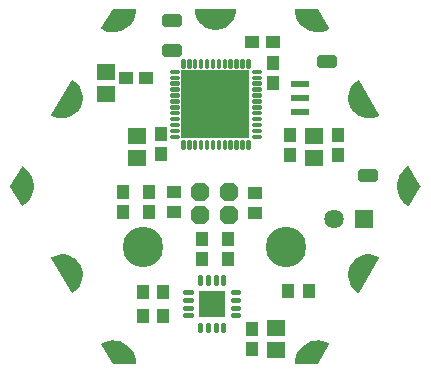
<source format=gbr>
G04 EAGLE Gerber RS-274X export*
G75*
%MOMM*%
%FSLAX34Y34*%
%LPD*%
%INSoldermask Bottom*%
%IPPOS*%
%AMOC8*
5,1,8,0,0,1.08239X$1,22.5*%
G01*
%ADD10R,1.101600X1.201600*%
%ADD11R,1.601600X1.401600*%
%ADD12C,0.225016*%
%ADD13R,5.801588X5.801588*%
%ADD14R,1.501597X0.501600*%
%ADD15R,1.201600X1.101600*%
%ADD16C,0.605878*%
%ADD17C,1.101600*%
%ADD18R,1.631600X1.631600*%
%ADD19C,1.631600*%
%ADD20C,0.365794*%
%ADD21R,2.251600X2.251600*%
%ADD22P,1.688095X8X22.500000*%
%ADD23C,3.417600*%

G36*
X347640Y478768D02*
X347640Y478768D01*
X347688Y478768D01*
X350457Y479230D01*
X350490Y479242D01*
X350537Y479250D01*
X353193Y480162D01*
X353223Y480179D01*
X353268Y480195D01*
X355738Y481531D01*
X355764Y481553D01*
X355807Y481576D01*
X358022Y483301D01*
X358045Y483327D01*
X358083Y483357D01*
X359985Y485422D01*
X360003Y485452D01*
X360035Y485487D01*
X361571Y487838D01*
X361584Y487870D01*
X361610Y487910D01*
X362738Y490482D01*
X362745Y490515D01*
X362765Y490560D01*
X363454Y493281D01*
X363456Y493316D01*
X363468Y493363D01*
X363700Y496161D01*
X363696Y496190D01*
X363701Y496219D01*
X363685Y496288D01*
X363676Y496358D01*
X363662Y496384D01*
X363655Y496412D01*
X363613Y496469D01*
X363578Y496531D01*
X363554Y496549D01*
X363537Y496572D01*
X363476Y496608D01*
X363419Y496651D01*
X363391Y496659D01*
X363366Y496674D01*
X363268Y496690D01*
X363227Y496701D01*
X363216Y496699D01*
X363202Y496701D01*
X329202Y496701D01*
X329173Y496695D01*
X329144Y496698D01*
X329077Y496676D01*
X329007Y496662D01*
X328983Y496645D01*
X328955Y496636D01*
X328902Y496589D01*
X328843Y496549D01*
X328828Y496525D01*
X328806Y496505D01*
X328774Y496441D01*
X328736Y496382D01*
X328731Y496353D01*
X328719Y496327D01*
X328710Y496227D01*
X328703Y496185D01*
X328706Y496175D01*
X328704Y496161D01*
X328936Y493363D01*
X328946Y493329D01*
X328950Y493281D01*
X329639Y490560D01*
X329654Y490528D01*
X329666Y490482D01*
X330794Y487910D01*
X330814Y487882D01*
X330833Y487838D01*
X332369Y485487D01*
X332393Y485463D01*
X332419Y485422D01*
X334321Y483357D01*
X334349Y483336D01*
X334382Y483301D01*
X336597Y481576D01*
X336628Y481561D01*
X336666Y481531D01*
X339136Y480195D01*
X339169Y480185D01*
X339211Y480162D01*
X341867Y479250D01*
X341901Y479246D01*
X341947Y479230D01*
X344716Y478768D01*
X344751Y478769D01*
X344798Y478761D01*
X347606Y478761D01*
X347640Y478768D01*
G37*
G36*
X224809Y256012D02*
X224809Y256012D01*
X224880Y256009D01*
X224907Y256019D01*
X224936Y256021D01*
X225026Y256063D01*
X225066Y256078D01*
X225074Y256086D01*
X225087Y256092D01*
X227390Y257691D01*
X227414Y257717D01*
X227454Y257744D01*
X229463Y259701D01*
X229482Y259730D01*
X229517Y259763D01*
X231176Y262024D01*
X231191Y262055D01*
X231220Y262094D01*
X232484Y264597D01*
X232493Y264631D01*
X232515Y264674D01*
X233351Y267351D01*
X233354Y267385D01*
X233369Y267431D01*
X233752Y270210D01*
X233750Y270244D01*
X233756Y270292D01*
X233677Y273095D01*
X233669Y273129D01*
X233668Y273177D01*
X233129Y275929D01*
X233115Y275961D01*
X233106Y276009D01*
X232121Y278634D01*
X232106Y278659D01*
X232101Y278679D01*
X232093Y278690D01*
X232086Y278709D01*
X230682Y281137D01*
X230659Y281163D01*
X230635Y281205D01*
X228851Y283368D01*
X228824Y283390D01*
X228793Y283427D01*
X226677Y285268D01*
X226647Y285285D01*
X226611Y285317D01*
X224220Y286784D01*
X224188Y286795D01*
X224147Y286821D01*
X221548Y287874D01*
X221514Y287881D01*
X221469Y287899D01*
X218732Y288510D01*
X218697Y288511D01*
X218650Y288522D01*
X215850Y288674D01*
X215816Y288669D01*
X215768Y288672D01*
X212980Y288362D01*
X212947Y288351D01*
X212899Y288346D01*
X210201Y287581D01*
X210171Y287565D01*
X210124Y287552D01*
X207589Y286353D01*
X207565Y286336D01*
X207538Y286326D01*
X207486Y286277D01*
X207429Y286234D01*
X207415Y286209D01*
X207394Y286189D01*
X207365Y286124D01*
X207329Y286063D01*
X207326Y286034D01*
X207314Y286007D01*
X207313Y285936D01*
X207304Y285865D01*
X207312Y285837D01*
X207312Y285808D01*
X207346Y285715D01*
X207358Y285674D01*
X207365Y285665D01*
X207370Y285652D01*
X224370Y256252D01*
X224389Y256230D01*
X224402Y256204D01*
X224455Y256156D01*
X224502Y256103D01*
X224528Y256091D01*
X224550Y256071D01*
X224617Y256048D01*
X224681Y256018D01*
X224710Y256016D01*
X224738Y256007D01*
X224809Y256012D01*
G37*
G36*
X476588Y403735D02*
X476588Y403735D01*
X476636Y403732D01*
X479424Y404042D01*
X479457Y404053D01*
X479505Y404058D01*
X482203Y404823D01*
X482233Y404839D01*
X482280Y404852D01*
X484815Y406051D01*
X484839Y406068D01*
X484866Y406078D01*
X484918Y406127D01*
X484975Y406170D01*
X484989Y406195D01*
X485011Y406215D01*
X485039Y406280D01*
X485075Y406342D01*
X485078Y406370D01*
X485090Y406397D01*
X485091Y406468D01*
X485100Y406539D01*
X485092Y406567D01*
X485092Y406596D01*
X485058Y406689D01*
X485046Y406730D01*
X485039Y406739D01*
X485034Y406752D01*
X468034Y436152D01*
X468015Y436174D01*
X468002Y436200D01*
X467949Y436248D01*
X467902Y436301D01*
X467876Y436313D01*
X467854Y436333D01*
X467787Y436356D01*
X467723Y436386D01*
X467694Y436388D01*
X467666Y436397D01*
X467595Y436392D01*
X467524Y436395D01*
X467497Y436385D01*
X467468Y436383D01*
X467378Y436341D01*
X467338Y436326D01*
X467330Y436318D01*
X467317Y436312D01*
X465014Y434713D01*
X464990Y434688D01*
X464950Y434660D01*
X462941Y432703D01*
X462922Y432674D01*
X462887Y432641D01*
X461228Y430380D01*
X461213Y430349D01*
X461184Y430310D01*
X459920Y427807D01*
X459911Y427773D01*
X459889Y427730D01*
X459053Y425053D01*
X459050Y425019D01*
X459035Y424973D01*
X458652Y422194D01*
X458654Y422160D01*
X458648Y422112D01*
X458727Y419309D01*
X458735Y419275D01*
X458736Y419227D01*
X459275Y416475D01*
X459289Y416443D01*
X459298Y416395D01*
X460283Y413770D01*
X460301Y413740D01*
X460318Y413695D01*
X461722Y411267D01*
X461745Y411241D01*
X461769Y411200D01*
X463553Y409036D01*
X463580Y409014D01*
X463611Y408977D01*
X465727Y407136D01*
X465757Y407119D01*
X465793Y407088D01*
X468184Y405620D01*
X468216Y405609D01*
X468257Y405583D01*
X470856Y404530D01*
X470890Y404523D01*
X470935Y404505D01*
X473672Y403894D01*
X473707Y403893D01*
X473754Y403882D01*
X476554Y403730D01*
X476588Y403735D01*
G37*
G36*
X467628Y256013D02*
X467628Y256013D01*
X467699Y256012D01*
X467726Y256023D01*
X467755Y256027D01*
X467817Y256061D01*
X467882Y256089D01*
X467903Y256110D01*
X467928Y256124D01*
X467991Y256200D01*
X468021Y256231D01*
X468025Y256241D01*
X468034Y256252D01*
X485034Y285652D01*
X485043Y285680D01*
X485060Y285704D01*
X485075Y285773D01*
X485097Y285841D01*
X485095Y285870D01*
X485101Y285898D01*
X485088Y285968D01*
X485082Y286039D01*
X485069Y286065D01*
X485063Y286093D01*
X485023Y286152D01*
X484991Y286215D01*
X484968Y286234D01*
X484952Y286258D01*
X484870Y286315D01*
X484837Y286342D01*
X484827Y286345D01*
X484815Y286353D01*
X482280Y287552D01*
X482246Y287560D01*
X482203Y287581D01*
X479505Y288346D01*
X479470Y288348D01*
X479424Y288362D01*
X476636Y288672D01*
X476602Y288669D01*
X476554Y288674D01*
X473754Y288522D01*
X473720Y288513D01*
X473672Y288510D01*
X470935Y287899D01*
X470903Y287885D01*
X470856Y287874D01*
X468257Y286821D01*
X468228Y286802D01*
X468184Y286784D01*
X465793Y285317D01*
X465768Y285293D01*
X465727Y285268D01*
X463611Y283427D01*
X463590Y283400D01*
X463553Y283368D01*
X461769Y281205D01*
X461753Y281174D01*
X461722Y281137D01*
X460318Y278709D01*
X460307Y278676D01*
X460300Y278663D01*
X460290Y278649D01*
X460290Y278646D01*
X460283Y278634D01*
X459298Y276009D01*
X459292Y275974D01*
X459275Y275929D01*
X458736Y273177D01*
X458736Y273143D01*
X458727Y273095D01*
X458648Y270292D01*
X458654Y270258D01*
X458652Y270210D01*
X459035Y267431D01*
X459047Y267399D01*
X459053Y267351D01*
X459889Y264674D01*
X459906Y264643D01*
X459920Y264597D01*
X461184Y262094D01*
X461206Y262067D01*
X461228Y262024D01*
X462887Y259763D01*
X462913Y259740D01*
X462941Y259701D01*
X464950Y257744D01*
X464979Y257725D01*
X465014Y257691D01*
X467317Y256092D01*
X467344Y256080D01*
X467367Y256062D01*
X467435Y256041D01*
X467500Y256013D01*
X467529Y256013D01*
X467557Y256005D01*
X467628Y256013D01*
G37*
G36*
X218650Y403882D02*
X218650Y403882D01*
X218684Y403891D01*
X218732Y403894D01*
X221469Y404505D01*
X221501Y404519D01*
X221548Y404530D01*
X224147Y405583D01*
X224176Y405602D01*
X224220Y405620D01*
X226611Y407088D01*
X226636Y407111D01*
X226677Y407136D01*
X228793Y408977D01*
X228814Y409004D01*
X228851Y409036D01*
X230635Y411200D01*
X230651Y411230D01*
X230682Y411267D01*
X232086Y413695D01*
X232097Y413728D01*
X232121Y413770D01*
X233106Y416395D01*
X233112Y416430D01*
X233129Y416475D01*
X233668Y419227D01*
X233668Y419262D01*
X233677Y419309D01*
X233756Y422112D01*
X233751Y422146D01*
X233752Y422194D01*
X233369Y424973D01*
X233357Y425005D01*
X233351Y425053D01*
X232515Y427730D01*
X232498Y427761D01*
X232484Y427807D01*
X231220Y430310D01*
X231198Y430337D01*
X231176Y430380D01*
X229517Y432641D01*
X229491Y432664D01*
X229463Y432703D01*
X227454Y434660D01*
X227425Y434679D01*
X227390Y434713D01*
X225087Y436312D01*
X225060Y436324D01*
X225037Y436342D01*
X224969Y436363D01*
X224904Y436391D01*
X224875Y436391D01*
X224847Y436399D01*
X224776Y436391D01*
X224705Y436392D01*
X224678Y436381D01*
X224649Y436377D01*
X224587Y436343D01*
X224522Y436315D01*
X224501Y436294D01*
X224476Y436280D01*
X224413Y436204D01*
X224383Y436173D01*
X224379Y436163D01*
X224370Y436152D01*
X207370Y406752D01*
X207361Y406724D01*
X207344Y406700D01*
X207329Y406631D01*
X207307Y406563D01*
X207309Y406534D01*
X207303Y406506D01*
X207316Y406436D01*
X207322Y406365D01*
X207335Y406339D01*
X207341Y406311D01*
X207381Y406252D01*
X207413Y406189D01*
X207436Y406170D01*
X207452Y406146D01*
X207534Y406089D01*
X207567Y406062D01*
X207577Y406059D01*
X207589Y406051D01*
X210124Y404852D01*
X210158Y404844D01*
X210201Y404823D01*
X212899Y404058D01*
X212934Y404056D01*
X212980Y404042D01*
X215768Y403732D01*
X215802Y403735D01*
X215850Y403730D01*
X218650Y403882D01*
G37*
G36*
X509929Y329213D02*
X509929Y329213D01*
X510000Y329213D01*
X510027Y329224D01*
X510056Y329227D01*
X510118Y329262D01*
X510183Y329290D01*
X510204Y329310D01*
X510229Y329325D01*
X510292Y329402D01*
X510322Y329432D01*
X510326Y329442D01*
X510335Y329453D01*
X519835Y345953D01*
X519845Y345985D01*
X519854Y345998D01*
X519858Y346022D01*
X519859Y346026D01*
X519890Y346096D01*
X519890Y346120D01*
X519898Y346142D01*
X519892Y346218D01*
X519893Y346295D01*
X519883Y346319D01*
X519882Y346340D01*
X519861Y346379D01*
X519835Y346451D01*
X510335Y362951D01*
X510316Y362973D01*
X510303Y362999D01*
X510250Y363047D01*
X510203Y363100D01*
X510177Y363113D01*
X510156Y363132D01*
X510088Y363155D01*
X510024Y363186D01*
X509995Y363188D01*
X509968Y363197D01*
X509896Y363192D01*
X509825Y363195D01*
X509798Y363185D01*
X509769Y363183D01*
X509679Y363141D01*
X509639Y363126D01*
X509631Y363119D01*
X509618Y363113D01*
X507095Y361371D01*
X507071Y361347D01*
X507033Y361320D01*
X504821Y359196D01*
X504802Y359168D01*
X504768Y359136D01*
X502926Y356685D01*
X502912Y356654D01*
X502883Y356617D01*
X501458Y353902D01*
X501449Y353871D01*
X501433Y353846D01*
X501432Y353838D01*
X501427Y353828D01*
X500456Y350920D01*
X500452Y350886D01*
X500437Y350842D01*
X499945Y347815D01*
X499946Y347781D01*
X499938Y347735D01*
X499938Y344669D01*
X499939Y344665D01*
X499939Y344663D01*
X499945Y344636D01*
X499945Y344589D01*
X500437Y341562D01*
X500449Y341531D01*
X500456Y341484D01*
X501427Y338576D01*
X501444Y338547D01*
X501458Y338502D01*
X502883Y335787D01*
X502905Y335761D01*
X502926Y335719D01*
X504768Y333268D01*
X504793Y333245D01*
X504821Y333208D01*
X507033Y331084D01*
X507061Y331066D01*
X507095Y331033D01*
X509618Y329291D01*
X509645Y329280D01*
X509667Y329261D01*
X509736Y329241D01*
X509801Y329213D01*
X509830Y329213D01*
X509858Y329205D01*
X509929Y329213D01*
G37*
G36*
X182508Y329212D02*
X182508Y329212D01*
X182579Y329209D01*
X182606Y329219D01*
X182635Y329221D01*
X182725Y329263D01*
X182765Y329278D01*
X182773Y329285D01*
X182786Y329291D01*
X185309Y331033D01*
X185333Y331057D01*
X185371Y331084D01*
X187583Y333208D01*
X187602Y333236D01*
X187636Y333268D01*
X189478Y335719D01*
X189492Y335750D01*
X189521Y335787D01*
X190946Y338502D01*
X190955Y338535D01*
X190977Y338576D01*
X191948Y341484D01*
X191952Y341518D01*
X191967Y341562D01*
X192459Y344589D01*
X192458Y344623D01*
X192466Y344669D01*
X192466Y347735D01*
X192459Y347768D01*
X192459Y347815D01*
X191967Y350842D01*
X191955Y350873D01*
X191948Y350920D01*
X190977Y353828D01*
X190964Y353851D01*
X190958Y353876D01*
X190951Y353885D01*
X190946Y353902D01*
X189521Y356617D01*
X189499Y356643D01*
X189478Y356685D01*
X187636Y359136D01*
X187611Y359159D01*
X187583Y359196D01*
X185371Y361320D01*
X185343Y361338D01*
X185309Y361371D01*
X182786Y363113D01*
X182759Y363124D01*
X182737Y363143D01*
X182668Y363163D01*
X182603Y363191D01*
X182574Y363191D01*
X182546Y363199D01*
X182475Y363191D01*
X182404Y363192D01*
X182377Y363180D01*
X182348Y363177D01*
X182286Y363142D01*
X182221Y363114D01*
X182200Y363094D01*
X182175Y363079D01*
X182112Y363002D01*
X182082Y362972D01*
X182078Y362962D01*
X182069Y362951D01*
X172569Y346451D01*
X172545Y346378D01*
X172514Y346308D01*
X172514Y346284D01*
X172506Y346262D01*
X172513Y346186D01*
X172512Y346109D01*
X172521Y346085D01*
X172522Y346064D01*
X172543Y346025D01*
X172562Y345973D01*
X172563Y345967D01*
X172565Y345965D01*
X172569Y345953D01*
X182069Y329453D01*
X182088Y329431D01*
X182101Y329405D01*
X182154Y329357D01*
X182201Y329304D01*
X182227Y329291D01*
X182249Y329272D01*
X182316Y329249D01*
X182380Y329218D01*
X182409Y329217D01*
X182436Y329207D01*
X182508Y329212D01*
G37*
G36*
X432878Y195718D02*
X432878Y195718D01*
X432956Y195727D01*
X432975Y195738D01*
X432997Y195742D01*
X433061Y195786D01*
X433129Y195825D01*
X433145Y195844D01*
X433161Y195855D01*
X433185Y195893D01*
X433235Y195953D01*
X442735Y212453D01*
X442744Y212480D01*
X442760Y212504D01*
X442775Y212574D01*
X442798Y212642D01*
X442795Y212670D01*
X442801Y212698D01*
X442788Y212769D01*
X442782Y212840D01*
X442769Y212865D01*
X442763Y212893D01*
X442723Y212953D01*
X442690Y213016D01*
X442668Y213034D01*
X442652Y213058D01*
X442569Y213116D01*
X442537Y213143D01*
X442526Y213146D01*
X442516Y213153D01*
X439750Y214462D01*
X439717Y214470D01*
X439674Y214490D01*
X436734Y215338D01*
X436700Y215341D01*
X436656Y215354D01*
X433618Y215719D01*
X433584Y215716D01*
X433537Y215722D01*
X430480Y215595D01*
X430447Y215587D01*
X430400Y215586D01*
X427403Y214970D01*
X427372Y214957D01*
X427326Y214948D01*
X424466Y213859D01*
X424438Y213841D01*
X424394Y213825D01*
X421746Y212291D01*
X421720Y212269D01*
X421680Y212246D01*
X419312Y210308D01*
X419290Y210281D01*
X419254Y210252D01*
X417227Y207959D01*
X417211Y207930D01*
X417179Y207895D01*
X415547Y205307D01*
X415535Y205275D01*
X415510Y205236D01*
X414314Y202419D01*
X414307Y202386D01*
X414304Y202379D01*
X414300Y202373D01*
X414299Y202367D01*
X414288Y202343D01*
X413560Y199371D01*
X413558Y199337D01*
X413547Y199292D01*
X413304Y196242D01*
X413308Y196213D01*
X413303Y196185D01*
X413320Y196116D01*
X413328Y196044D01*
X413343Y196020D01*
X413349Y195992D01*
X413392Y195934D01*
X413428Y195872D01*
X413450Y195855D01*
X413467Y195832D01*
X413529Y195795D01*
X413586Y195752D01*
X413614Y195745D01*
X413638Y195730D01*
X413738Y195714D01*
X413779Y195703D01*
X413789Y195705D01*
X413802Y195703D01*
X432802Y195703D01*
X432878Y195718D01*
G37*
G36*
X433571Y476687D02*
X433571Y476687D01*
X433618Y476685D01*
X436656Y477050D01*
X436688Y477061D01*
X436734Y477066D01*
X439674Y477914D01*
X439704Y477930D01*
X439750Y477942D01*
X442516Y479251D01*
X442538Y479268D01*
X442565Y479278D01*
X442617Y479327D01*
X442675Y479370D01*
X442689Y479395D01*
X442710Y479414D01*
X442739Y479480D01*
X442775Y479542D01*
X442778Y479570D01*
X442790Y479596D01*
X442791Y479668D01*
X442800Y479739D01*
X442792Y479766D01*
X442793Y479795D01*
X442757Y479890D01*
X442746Y479930D01*
X442739Y479939D01*
X442735Y479951D01*
X433235Y496451D01*
X433183Y496510D01*
X433137Y496572D01*
X433118Y496583D01*
X433103Y496600D01*
X433033Y496634D01*
X432966Y496674D01*
X432942Y496678D01*
X432924Y496686D01*
X432879Y496688D01*
X432802Y496701D01*
X413802Y496701D01*
X413774Y496696D01*
X413746Y496698D01*
X413678Y496676D01*
X413607Y496662D01*
X413584Y496646D01*
X413557Y496637D01*
X413502Y496590D01*
X413443Y496549D01*
X413428Y496525D01*
X413407Y496507D01*
X413375Y496442D01*
X413336Y496382D01*
X413331Y496354D01*
X413319Y496328D01*
X413310Y496227D01*
X413303Y496185D01*
X413305Y496175D01*
X413304Y496162D01*
X413547Y493112D01*
X413556Y493080D01*
X413560Y493033D01*
X414288Y490061D01*
X414303Y490030D01*
X414314Y489985D01*
X415510Y487168D01*
X415529Y487140D01*
X415547Y487097D01*
X417179Y484509D01*
X417203Y484485D01*
X417227Y484445D01*
X419254Y482152D01*
X419281Y482132D01*
X419312Y482096D01*
X421680Y480158D01*
X421710Y480142D01*
X421746Y480113D01*
X424394Y478580D01*
X424426Y478569D01*
X424466Y478545D01*
X427326Y477457D01*
X427359Y477451D01*
X427403Y477434D01*
X430400Y476818D01*
X430434Y476818D01*
X430480Y476809D01*
X433537Y476682D01*
X433571Y476687D01*
G37*
G36*
X278630Y195708D02*
X278630Y195708D01*
X278658Y195706D01*
X278726Y195728D01*
X278797Y195742D01*
X278820Y195758D01*
X278847Y195767D01*
X278902Y195814D01*
X278961Y195855D01*
X278976Y195879D01*
X278998Y195897D01*
X279029Y195962D01*
X279068Y196022D01*
X279073Y196050D01*
X279085Y196076D01*
X279094Y196177D01*
X279101Y196219D01*
X279099Y196229D01*
X279100Y196242D01*
X278857Y199292D01*
X278848Y199324D01*
X278844Y199371D01*
X278116Y202343D01*
X278101Y202374D01*
X278090Y202419D01*
X276894Y205236D01*
X276875Y205264D01*
X276857Y205307D01*
X275225Y207895D01*
X275201Y207919D01*
X275177Y207959D01*
X273150Y210252D01*
X273123Y210272D01*
X273092Y210308D01*
X270725Y212246D01*
X270694Y212262D01*
X270658Y212291D01*
X268010Y213825D01*
X267978Y213835D01*
X267938Y213859D01*
X265078Y214948D01*
X265045Y214953D01*
X265001Y214970D01*
X262004Y215586D01*
X261970Y215586D01*
X261924Y215595D01*
X258867Y215722D01*
X258833Y215717D01*
X258786Y215719D01*
X255748Y215354D01*
X255716Y215343D01*
X255670Y215338D01*
X252730Y214490D01*
X252700Y214474D01*
X252655Y214462D01*
X249889Y213153D01*
X249866Y213136D01*
X249839Y213126D01*
X249787Y213077D01*
X249729Y213034D01*
X249715Y213009D01*
X249694Y212990D01*
X249665Y212924D01*
X249629Y212862D01*
X249626Y212834D01*
X249614Y212808D01*
X249613Y212736D01*
X249604Y212665D01*
X249612Y212638D01*
X249612Y212609D01*
X249647Y212514D01*
X249658Y212474D01*
X249665Y212465D01*
X249669Y212453D01*
X259169Y195953D01*
X259221Y195895D01*
X259267Y195832D01*
X259286Y195821D01*
X259301Y195804D01*
X259371Y195770D01*
X259438Y195730D01*
X259463Y195726D01*
X259480Y195718D01*
X259525Y195716D01*
X259602Y195703D01*
X278602Y195703D01*
X278630Y195708D01*
G37*
G36*
X261924Y476809D02*
X261924Y476809D01*
X261957Y476817D01*
X262004Y476818D01*
X265001Y477434D01*
X265032Y477447D01*
X265078Y477457D01*
X267938Y478545D01*
X267967Y478563D01*
X268010Y478580D01*
X270658Y480113D01*
X270684Y480135D01*
X270725Y480158D01*
X273092Y482096D01*
X273114Y482123D01*
X273150Y482152D01*
X275177Y484445D01*
X275194Y484474D01*
X275225Y484509D01*
X276857Y487097D01*
X276869Y487129D01*
X276894Y487168D01*
X278090Y489985D01*
X278097Y490018D01*
X278116Y490061D01*
X278844Y493033D01*
X278846Y493067D01*
X278857Y493112D01*
X279100Y496162D01*
X279096Y496191D01*
X279101Y496219D01*
X279084Y496288D01*
X279076Y496360D01*
X279062Y496384D01*
X279055Y496412D01*
X279012Y496470D01*
X278977Y496532D01*
X278954Y496549D01*
X278937Y496572D01*
X278875Y496609D01*
X278818Y496652D01*
X278790Y496659D01*
X278766Y496674D01*
X278666Y496690D01*
X278625Y496701D01*
X278615Y496699D01*
X278602Y496701D01*
X259602Y496701D01*
X259526Y496686D01*
X259448Y496677D01*
X259429Y496666D01*
X259407Y496662D01*
X259343Y496618D01*
X259275Y496579D01*
X259259Y496560D01*
X259243Y496549D01*
X259219Y496511D01*
X259169Y496451D01*
X249669Y479951D01*
X249660Y479924D01*
X249644Y479900D01*
X249629Y479830D01*
X249606Y479762D01*
X249609Y479734D01*
X249603Y479706D01*
X249617Y479636D01*
X249622Y479564D01*
X249635Y479539D01*
X249641Y479511D01*
X249681Y479451D01*
X249714Y479388D01*
X249736Y479370D01*
X249752Y479346D01*
X249835Y479288D01*
X249867Y479261D01*
X249878Y479258D01*
X249889Y479251D01*
X252655Y477942D01*
X252688Y477934D01*
X252730Y477914D01*
X255670Y477066D01*
X255704Y477063D01*
X255748Y477050D01*
X258786Y476685D01*
X258820Y476688D01*
X258867Y476682D01*
X261924Y476809D01*
G37*
D10*
X449580Y389500D03*
X449580Y372500D03*
D11*
X429260Y370230D03*
X429260Y389230D03*
D12*
X377819Y442919D02*
X377819Y444185D01*
X383585Y444185D01*
X383585Y442919D01*
X377819Y442919D01*
X377819Y439185D02*
X377819Y437919D01*
X377819Y439185D02*
X383585Y439185D01*
X383585Y437919D01*
X377819Y437919D01*
X377819Y434185D02*
X377819Y432919D01*
X377819Y434185D02*
X383585Y434185D01*
X383585Y432919D01*
X377819Y432919D01*
X377819Y429185D02*
X377819Y427919D01*
X377819Y429185D02*
X383585Y429185D01*
X383585Y427919D01*
X377819Y427919D01*
X377819Y424185D02*
X377819Y422919D01*
X377819Y424185D02*
X383585Y424185D01*
X383585Y422919D01*
X377819Y422919D01*
X377819Y419185D02*
X377819Y417919D01*
X377819Y419185D02*
X383585Y419185D01*
X383585Y417919D01*
X377819Y417919D01*
X377819Y414185D02*
X377819Y412919D01*
X377819Y414185D02*
X383585Y414185D01*
X383585Y412919D01*
X377819Y412919D01*
X377819Y409185D02*
X377819Y407919D01*
X377819Y409185D02*
X383585Y409185D01*
X383585Y407919D01*
X377819Y407919D01*
X377819Y404185D02*
X377819Y402919D01*
X377819Y404185D02*
X383585Y404185D01*
X383585Y402919D01*
X377819Y402919D01*
X377819Y399185D02*
X377819Y397919D01*
X377819Y399185D02*
X383585Y399185D01*
X383585Y397919D01*
X377819Y397919D01*
X377819Y394185D02*
X377819Y392919D01*
X377819Y394185D02*
X383585Y394185D01*
X383585Y392919D01*
X377819Y392919D01*
X377819Y389185D02*
X377819Y387919D01*
X377819Y389185D02*
X383585Y389185D01*
X383585Y387919D01*
X377819Y387919D01*
X374335Y384435D02*
X373069Y384435D01*
X374335Y384435D02*
X374335Y378669D01*
X373069Y378669D01*
X373069Y384435D01*
X373069Y380806D02*
X374335Y380806D01*
X374335Y382943D02*
X373069Y382943D01*
X369335Y384435D02*
X368069Y384435D01*
X369335Y384435D02*
X369335Y378669D01*
X368069Y378669D01*
X368069Y384435D01*
X368069Y380806D02*
X369335Y380806D01*
X369335Y382943D02*
X368069Y382943D01*
X364335Y384435D02*
X363069Y384435D01*
X364335Y384435D02*
X364335Y378669D01*
X363069Y378669D01*
X363069Y384435D01*
X363069Y380806D02*
X364335Y380806D01*
X364335Y382943D02*
X363069Y382943D01*
X359335Y384435D02*
X358069Y384435D01*
X359335Y384435D02*
X359335Y378669D01*
X358069Y378669D01*
X358069Y384435D01*
X358069Y380806D02*
X359335Y380806D01*
X359335Y382943D02*
X358069Y382943D01*
X354335Y384435D02*
X353069Y384435D01*
X354335Y384435D02*
X354335Y378669D01*
X353069Y378669D01*
X353069Y384435D01*
X353069Y380806D02*
X354335Y380806D01*
X354335Y382943D02*
X353069Y382943D01*
X349335Y384435D02*
X348069Y384435D01*
X349335Y384435D02*
X349335Y378669D01*
X348069Y378669D01*
X348069Y384435D01*
X348069Y380806D02*
X349335Y380806D01*
X349335Y382943D02*
X348069Y382943D01*
X344335Y384435D02*
X343069Y384435D01*
X344335Y384435D02*
X344335Y378669D01*
X343069Y378669D01*
X343069Y384435D01*
X343069Y380806D02*
X344335Y380806D01*
X344335Y382943D02*
X343069Y382943D01*
X339335Y384435D02*
X338069Y384435D01*
X339335Y384435D02*
X339335Y378669D01*
X338069Y378669D01*
X338069Y384435D01*
X338069Y380806D02*
X339335Y380806D01*
X339335Y382943D02*
X338069Y382943D01*
X334335Y384435D02*
X333069Y384435D01*
X334335Y384435D02*
X334335Y378669D01*
X333069Y378669D01*
X333069Y384435D01*
X333069Y380806D02*
X334335Y380806D01*
X334335Y382943D02*
X333069Y382943D01*
X329335Y384435D02*
X328069Y384435D01*
X329335Y384435D02*
X329335Y378669D01*
X328069Y378669D01*
X328069Y384435D01*
X328069Y380806D02*
X329335Y380806D01*
X329335Y382943D02*
X328069Y382943D01*
X324335Y384435D02*
X323069Y384435D01*
X324335Y384435D02*
X324335Y378669D01*
X323069Y378669D01*
X323069Y384435D01*
X323069Y380806D02*
X324335Y380806D01*
X324335Y382943D02*
X323069Y382943D01*
X319335Y384435D02*
X318069Y384435D01*
X319335Y384435D02*
X319335Y378669D01*
X318069Y378669D01*
X318069Y384435D01*
X318069Y380806D02*
X319335Y380806D01*
X319335Y382943D02*
X318069Y382943D01*
X314585Y387919D02*
X314585Y389185D01*
X314585Y387919D02*
X308819Y387919D01*
X308819Y389185D01*
X314585Y389185D01*
X314585Y392919D02*
X314585Y394185D01*
X314585Y392919D02*
X308819Y392919D01*
X308819Y394185D01*
X314585Y394185D01*
X314585Y397919D02*
X314585Y399185D01*
X314585Y397919D02*
X308819Y397919D01*
X308819Y399185D01*
X314585Y399185D01*
X314585Y402919D02*
X314585Y404185D01*
X314585Y402919D02*
X308819Y402919D01*
X308819Y404185D01*
X314585Y404185D01*
X314585Y407919D02*
X314585Y409185D01*
X314585Y407919D02*
X308819Y407919D01*
X308819Y409185D01*
X314585Y409185D01*
X314585Y412919D02*
X314585Y414185D01*
X314585Y412919D02*
X308819Y412919D01*
X308819Y414185D01*
X314585Y414185D01*
X314585Y417919D02*
X314585Y419185D01*
X314585Y417919D02*
X308819Y417919D01*
X308819Y419185D01*
X314585Y419185D01*
X314585Y422919D02*
X314585Y424185D01*
X314585Y422919D02*
X308819Y422919D01*
X308819Y424185D01*
X314585Y424185D01*
X314585Y427919D02*
X314585Y429185D01*
X314585Y427919D02*
X308819Y427919D01*
X308819Y429185D01*
X314585Y429185D01*
X314585Y432919D02*
X314585Y434185D01*
X314585Y432919D02*
X308819Y432919D01*
X308819Y434185D01*
X314585Y434185D01*
X314585Y437919D02*
X314585Y439185D01*
X314585Y437919D02*
X308819Y437919D01*
X308819Y439185D01*
X314585Y439185D01*
X314585Y442919D02*
X314585Y444185D01*
X314585Y442919D02*
X308819Y442919D01*
X308819Y444185D01*
X314585Y444185D01*
X318069Y447669D02*
X319335Y447669D01*
X318069Y447669D02*
X318069Y453435D01*
X319335Y453435D01*
X319335Y447669D01*
X319335Y449806D02*
X318069Y449806D01*
X318069Y451943D02*
X319335Y451943D01*
X323069Y447669D02*
X324335Y447669D01*
X323069Y447669D02*
X323069Y453435D01*
X324335Y453435D01*
X324335Y447669D01*
X324335Y449806D02*
X323069Y449806D01*
X323069Y451943D02*
X324335Y451943D01*
X328069Y447669D02*
X329335Y447669D01*
X328069Y447669D02*
X328069Y453435D01*
X329335Y453435D01*
X329335Y447669D01*
X329335Y449806D02*
X328069Y449806D01*
X328069Y451943D02*
X329335Y451943D01*
X333069Y447669D02*
X334335Y447669D01*
X333069Y447669D02*
X333069Y453435D01*
X334335Y453435D01*
X334335Y447669D01*
X334335Y449806D02*
X333069Y449806D01*
X333069Y451943D02*
X334335Y451943D01*
X338069Y447669D02*
X339335Y447669D01*
X338069Y447669D02*
X338069Y453435D01*
X339335Y453435D01*
X339335Y447669D01*
X339335Y449806D02*
X338069Y449806D01*
X338069Y451943D02*
X339335Y451943D01*
X343069Y447669D02*
X344335Y447669D01*
X343069Y447669D02*
X343069Y453435D01*
X344335Y453435D01*
X344335Y447669D01*
X344335Y449806D02*
X343069Y449806D01*
X343069Y451943D02*
X344335Y451943D01*
X348069Y447669D02*
X349335Y447669D01*
X348069Y447669D02*
X348069Y453435D01*
X349335Y453435D01*
X349335Y447669D01*
X349335Y449806D02*
X348069Y449806D01*
X348069Y451943D02*
X349335Y451943D01*
X353069Y447669D02*
X354335Y447669D01*
X353069Y447669D02*
X353069Y453435D01*
X354335Y453435D01*
X354335Y447669D01*
X354335Y449806D02*
X353069Y449806D01*
X353069Y451943D02*
X354335Y451943D01*
X358069Y447669D02*
X359335Y447669D01*
X358069Y447669D02*
X358069Y453435D01*
X359335Y453435D01*
X359335Y447669D01*
X359335Y449806D02*
X358069Y449806D01*
X358069Y451943D02*
X359335Y451943D01*
X363069Y447669D02*
X364335Y447669D01*
X363069Y447669D02*
X363069Y453435D01*
X364335Y453435D01*
X364335Y447669D01*
X364335Y449806D02*
X363069Y449806D01*
X363069Y451943D02*
X364335Y451943D01*
X368069Y447669D02*
X369335Y447669D01*
X368069Y447669D02*
X368069Y453435D01*
X369335Y453435D01*
X369335Y447669D01*
X369335Y449806D02*
X368069Y449806D01*
X368069Y451943D02*
X369335Y451943D01*
X373069Y447669D02*
X374335Y447669D01*
X373069Y447669D02*
X373069Y453435D01*
X374335Y453435D01*
X374335Y447669D01*
X374335Y449806D02*
X373069Y449806D01*
X373069Y451943D02*
X374335Y451943D01*
D13*
X346202Y416052D03*
D14*
X417670Y432860D03*
X417670Y420860D03*
X417670Y408860D03*
D11*
X253812Y443068D03*
X253812Y424068D03*
D10*
X408940Y372500D03*
X408940Y389500D03*
D15*
X270664Y437647D03*
X287664Y437647D03*
D16*
X303258Y464251D02*
X314216Y464251D01*
X314216Y459293D01*
X303258Y459293D01*
X303258Y464251D01*
X303322Y484693D02*
X314280Y484693D01*
X303322Y484693D02*
X303322Y489651D01*
X314280Y489651D01*
X314280Y484693D01*
X469120Y353597D02*
X480078Y353597D01*
X469120Y353597D02*
X469120Y358555D01*
X480078Y358555D01*
X480078Y353597D01*
X445758Y450073D02*
X434800Y450073D01*
X434800Y455031D01*
X445758Y455031D01*
X445758Y450073D01*
D17*
X428802Y489302D03*
X511402Y346202D03*
X428802Y203102D03*
X263602Y203102D03*
X181002Y346202D03*
X263602Y489302D03*
X470102Y417702D03*
X470102Y274702D03*
X222302Y274702D03*
X222302Y417702D03*
X346202Y489302D03*
D10*
X284870Y236220D03*
X301870Y236220D03*
X301870Y256540D03*
X284870Y256540D03*
X289560Y341240D03*
X289560Y324240D03*
D15*
X380048Y340850D03*
X380048Y323850D03*
D10*
X394970Y450460D03*
X394970Y433460D03*
X299720Y390770D03*
X299720Y373770D03*
D15*
X394580Y468630D03*
X377580Y468630D03*
D10*
X334963Y284870D03*
X334963Y301870D03*
X356553Y284870D03*
X356553Y301870D03*
X377190Y225670D03*
X377190Y208670D03*
D11*
X279400Y389230D03*
X279400Y370230D03*
X397510Y226670D03*
X397510Y207670D03*
D10*
X268288Y341240D03*
X268288Y324240D03*
X425060Y257810D03*
X408060Y257810D03*
D15*
X311150Y324240D03*
X311150Y341240D03*
D18*
X471805Y318770D03*
D19*
X446405Y318770D03*
D20*
X353714Y229059D02*
X353714Y223701D01*
X352856Y223701D01*
X352856Y229059D01*
X353714Y229059D01*
X353714Y227176D02*
X352856Y227176D01*
X347214Y229059D02*
X347214Y223701D01*
X346356Y223701D01*
X346356Y229059D01*
X347214Y229059D01*
X347214Y227176D02*
X346356Y227176D01*
X340714Y229059D02*
X340714Y223701D01*
X339856Y223701D01*
X339856Y229059D01*
X340714Y229059D01*
X340714Y227176D02*
X339856Y227176D01*
X334214Y229059D02*
X334214Y223701D01*
X333356Y223701D01*
X333356Y229059D01*
X334214Y229059D01*
X334214Y227176D02*
X333356Y227176D01*
X326214Y236201D02*
X320856Y236201D01*
X320856Y237059D01*
X326214Y237059D01*
X326214Y236201D01*
X326214Y242701D02*
X320856Y242701D01*
X320856Y243559D01*
X326214Y243559D01*
X326214Y242701D01*
X326214Y249201D02*
X320856Y249201D01*
X320856Y250059D01*
X326214Y250059D01*
X326214Y249201D01*
X326214Y255701D02*
X320856Y255701D01*
X320856Y256559D01*
X326214Y256559D01*
X326214Y255701D01*
X333356Y263701D02*
X333356Y269059D01*
X334214Y269059D01*
X334214Y263701D01*
X333356Y263701D01*
X333356Y267176D02*
X334214Y267176D01*
X339856Y269059D02*
X339856Y263701D01*
X339856Y269059D02*
X340714Y269059D01*
X340714Y263701D01*
X339856Y263701D01*
X339856Y267176D02*
X340714Y267176D01*
X346356Y269059D02*
X346356Y263701D01*
X346356Y269059D02*
X347214Y269059D01*
X347214Y263701D01*
X346356Y263701D01*
X346356Y267176D02*
X347214Y267176D01*
X352856Y269059D02*
X352856Y263701D01*
X352856Y269059D02*
X353714Y269059D01*
X353714Y263701D01*
X352856Y263701D01*
X352856Y267176D02*
X353714Y267176D01*
X360856Y256559D02*
X366214Y256559D01*
X366214Y255701D01*
X360856Y255701D01*
X360856Y256559D01*
X360856Y250059D02*
X366214Y250059D01*
X366214Y249201D01*
X360856Y249201D01*
X360856Y250059D01*
X360856Y243559D02*
X366214Y243559D01*
X366214Y242701D01*
X360856Y242701D01*
X360856Y243559D01*
X360856Y237059D02*
X366214Y237059D01*
X366214Y236201D01*
X360856Y236201D01*
X360856Y237059D01*
D21*
X343535Y246380D03*
D22*
X357940Y341740D03*
X332940Y341740D03*
X332940Y321740D03*
X357940Y321740D03*
D23*
X285240Y294640D03*
X405640Y294640D03*
M02*

</source>
